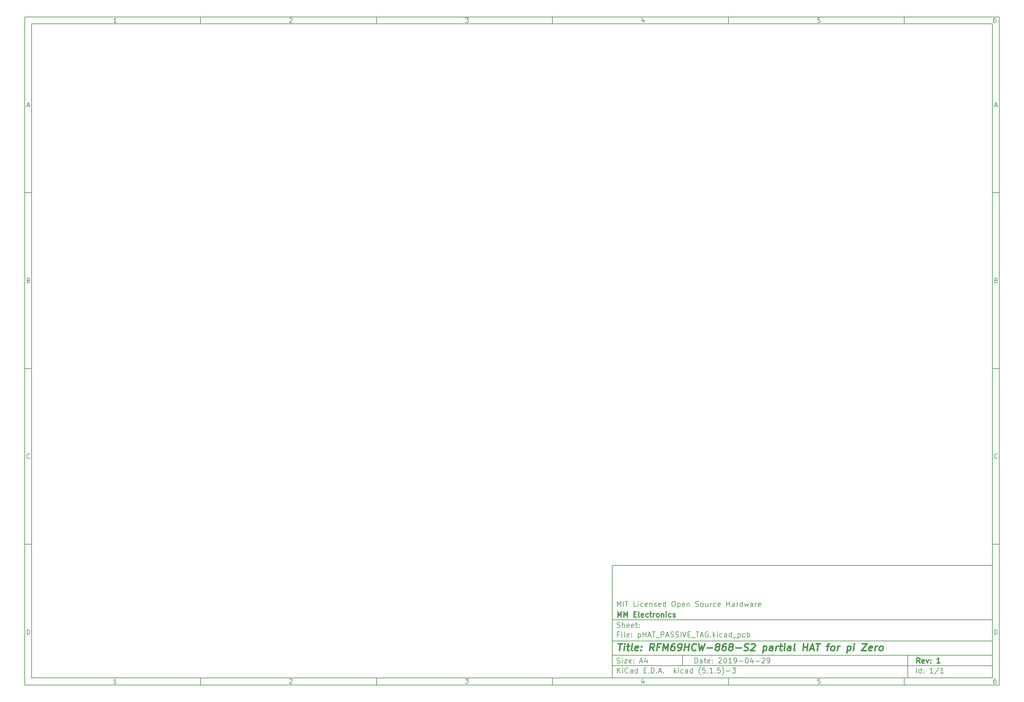
<source format=gbr>
%TF.GenerationSoftware,KiCad,Pcbnew,(5.1.5)-3*%
%TF.CreationDate,2021-10-20T10:58:06+01:00*%
%TF.ProjectId,pHAT_PASSIVE_TAG,70484154-5f50-4415-9353-4956455f5441,1*%
%TF.SameCoordinates,Original*%
%TF.FileFunction,Other,Comment*%
%FSLAX46Y46*%
G04 Gerber Fmt 4.6, Leading zero omitted, Abs format (unit mm)*
G04 Created by KiCad (PCBNEW (5.1.5)-3) date 2021-10-20 10:58:06*
%MOMM*%
%LPD*%
G04 APERTURE LIST*
%ADD10C,0.100000*%
%ADD11C,0.150000*%
%ADD12C,0.300000*%
%ADD13C,0.400000*%
G04 APERTURE END LIST*
D10*
D11*
X177002200Y-166007200D02*
X177002200Y-198007200D01*
X285002200Y-198007200D01*
X285002200Y-166007200D01*
X177002200Y-166007200D01*
D10*
D11*
X10000000Y-10000000D02*
X10000000Y-200007200D01*
X287002200Y-200007200D01*
X287002200Y-10000000D01*
X10000000Y-10000000D01*
D10*
D11*
X12000000Y-12000000D02*
X12000000Y-198007200D01*
X285002200Y-198007200D01*
X285002200Y-12000000D01*
X12000000Y-12000000D01*
D10*
D11*
X60000000Y-12000000D02*
X60000000Y-10000000D01*
D10*
D11*
X110000000Y-12000000D02*
X110000000Y-10000000D01*
D10*
D11*
X160000000Y-12000000D02*
X160000000Y-10000000D01*
D10*
D11*
X210000000Y-12000000D02*
X210000000Y-10000000D01*
D10*
D11*
X260000000Y-12000000D02*
X260000000Y-10000000D01*
D10*
D11*
X36065476Y-11588095D02*
X35322619Y-11588095D01*
X35694047Y-11588095D02*
X35694047Y-10288095D01*
X35570238Y-10473809D01*
X35446428Y-10597619D01*
X35322619Y-10659523D01*
D10*
D11*
X85322619Y-10411904D02*
X85384523Y-10350000D01*
X85508333Y-10288095D01*
X85817857Y-10288095D01*
X85941666Y-10350000D01*
X86003571Y-10411904D01*
X86065476Y-10535714D01*
X86065476Y-10659523D01*
X86003571Y-10845238D01*
X85260714Y-11588095D01*
X86065476Y-11588095D01*
D10*
D11*
X135260714Y-10288095D02*
X136065476Y-10288095D01*
X135632142Y-10783333D01*
X135817857Y-10783333D01*
X135941666Y-10845238D01*
X136003571Y-10907142D01*
X136065476Y-11030952D01*
X136065476Y-11340476D01*
X136003571Y-11464285D01*
X135941666Y-11526190D01*
X135817857Y-11588095D01*
X135446428Y-11588095D01*
X135322619Y-11526190D01*
X135260714Y-11464285D01*
D10*
D11*
X185941666Y-10721428D02*
X185941666Y-11588095D01*
X185632142Y-10226190D02*
X185322619Y-11154761D01*
X186127380Y-11154761D01*
D10*
D11*
X236003571Y-10288095D02*
X235384523Y-10288095D01*
X235322619Y-10907142D01*
X235384523Y-10845238D01*
X235508333Y-10783333D01*
X235817857Y-10783333D01*
X235941666Y-10845238D01*
X236003571Y-10907142D01*
X236065476Y-11030952D01*
X236065476Y-11340476D01*
X236003571Y-11464285D01*
X235941666Y-11526190D01*
X235817857Y-11588095D01*
X235508333Y-11588095D01*
X235384523Y-11526190D01*
X235322619Y-11464285D01*
D10*
D11*
X285941666Y-10288095D02*
X285694047Y-10288095D01*
X285570238Y-10350000D01*
X285508333Y-10411904D01*
X285384523Y-10597619D01*
X285322619Y-10845238D01*
X285322619Y-11340476D01*
X285384523Y-11464285D01*
X285446428Y-11526190D01*
X285570238Y-11588095D01*
X285817857Y-11588095D01*
X285941666Y-11526190D01*
X286003571Y-11464285D01*
X286065476Y-11340476D01*
X286065476Y-11030952D01*
X286003571Y-10907142D01*
X285941666Y-10845238D01*
X285817857Y-10783333D01*
X285570238Y-10783333D01*
X285446428Y-10845238D01*
X285384523Y-10907142D01*
X285322619Y-11030952D01*
D10*
D11*
X60000000Y-198007200D02*
X60000000Y-200007200D01*
D10*
D11*
X110000000Y-198007200D02*
X110000000Y-200007200D01*
D10*
D11*
X160000000Y-198007200D02*
X160000000Y-200007200D01*
D10*
D11*
X210000000Y-198007200D02*
X210000000Y-200007200D01*
D10*
D11*
X260000000Y-198007200D02*
X260000000Y-200007200D01*
D10*
D11*
X36065476Y-199595295D02*
X35322619Y-199595295D01*
X35694047Y-199595295D02*
X35694047Y-198295295D01*
X35570238Y-198481009D01*
X35446428Y-198604819D01*
X35322619Y-198666723D01*
D10*
D11*
X85322619Y-198419104D02*
X85384523Y-198357200D01*
X85508333Y-198295295D01*
X85817857Y-198295295D01*
X85941666Y-198357200D01*
X86003571Y-198419104D01*
X86065476Y-198542914D01*
X86065476Y-198666723D01*
X86003571Y-198852438D01*
X85260714Y-199595295D01*
X86065476Y-199595295D01*
D10*
D11*
X135260714Y-198295295D02*
X136065476Y-198295295D01*
X135632142Y-198790533D01*
X135817857Y-198790533D01*
X135941666Y-198852438D01*
X136003571Y-198914342D01*
X136065476Y-199038152D01*
X136065476Y-199347676D01*
X136003571Y-199471485D01*
X135941666Y-199533390D01*
X135817857Y-199595295D01*
X135446428Y-199595295D01*
X135322619Y-199533390D01*
X135260714Y-199471485D01*
D10*
D11*
X185941666Y-198728628D02*
X185941666Y-199595295D01*
X185632142Y-198233390D02*
X185322619Y-199161961D01*
X186127380Y-199161961D01*
D10*
D11*
X236003571Y-198295295D02*
X235384523Y-198295295D01*
X235322619Y-198914342D01*
X235384523Y-198852438D01*
X235508333Y-198790533D01*
X235817857Y-198790533D01*
X235941666Y-198852438D01*
X236003571Y-198914342D01*
X236065476Y-199038152D01*
X236065476Y-199347676D01*
X236003571Y-199471485D01*
X235941666Y-199533390D01*
X235817857Y-199595295D01*
X235508333Y-199595295D01*
X235384523Y-199533390D01*
X235322619Y-199471485D01*
D10*
D11*
X285941666Y-198295295D02*
X285694047Y-198295295D01*
X285570238Y-198357200D01*
X285508333Y-198419104D01*
X285384523Y-198604819D01*
X285322619Y-198852438D01*
X285322619Y-199347676D01*
X285384523Y-199471485D01*
X285446428Y-199533390D01*
X285570238Y-199595295D01*
X285817857Y-199595295D01*
X285941666Y-199533390D01*
X286003571Y-199471485D01*
X286065476Y-199347676D01*
X286065476Y-199038152D01*
X286003571Y-198914342D01*
X285941666Y-198852438D01*
X285817857Y-198790533D01*
X285570238Y-198790533D01*
X285446428Y-198852438D01*
X285384523Y-198914342D01*
X285322619Y-199038152D01*
D10*
D11*
X10000000Y-60000000D02*
X12000000Y-60000000D01*
D10*
D11*
X10000000Y-110000000D02*
X12000000Y-110000000D01*
D10*
D11*
X10000000Y-160000000D02*
X12000000Y-160000000D01*
D10*
D11*
X10690476Y-35216666D02*
X11309523Y-35216666D01*
X10566666Y-35588095D02*
X11000000Y-34288095D01*
X11433333Y-35588095D01*
D10*
D11*
X11092857Y-84907142D02*
X11278571Y-84969047D01*
X11340476Y-85030952D01*
X11402380Y-85154761D01*
X11402380Y-85340476D01*
X11340476Y-85464285D01*
X11278571Y-85526190D01*
X11154761Y-85588095D01*
X10659523Y-85588095D01*
X10659523Y-84288095D01*
X11092857Y-84288095D01*
X11216666Y-84350000D01*
X11278571Y-84411904D01*
X11340476Y-84535714D01*
X11340476Y-84659523D01*
X11278571Y-84783333D01*
X11216666Y-84845238D01*
X11092857Y-84907142D01*
X10659523Y-84907142D01*
D10*
D11*
X11402380Y-135464285D02*
X11340476Y-135526190D01*
X11154761Y-135588095D01*
X11030952Y-135588095D01*
X10845238Y-135526190D01*
X10721428Y-135402380D01*
X10659523Y-135278571D01*
X10597619Y-135030952D01*
X10597619Y-134845238D01*
X10659523Y-134597619D01*
X10721428Y-134473809D01*
X10845238Y-134350000D01*
X11030952Y-134288095D01*
X11154761Y-134288095D01*
X11340476Y-134350000D01*
X11402380Y-134411904D01*
D10*
D11*
X10659523Y-185588095D02*
X10659523Y-184288095D01*
X10969047Y-184288095D01*
X11154761Y-184350000D01*
X11278571Y-184473809D01*
X11340476Y-184597619D01*
X11402380Y-184845238D01*
X11402380Y-185030952D01*
X11340476Y-185278571D01*
X11278571Y-185402380D01*
X11154761Y-185526190D01*
X10969047Y-185588095D01*
X10659523Y-185588095D01*
D10*
D11*
X287002200Y-60000000D02*
X285002200Y-60000000D01*
D10*
D11*
X287002200Y-110000000D02*
X285002200Y-110000000D01*
D10*
D11*
X287002200Y-160000000D02*
X285002200Y-160000000D01*
D10*
D11*
X285692676Y-35216666D02*
X286311723Y-35216666D01*
X285568866Y-35588095D02*
X286002200Y-34288095D01*
X286435533Y-35588095D01*
D10*
D11*
X286095057Y-84907142D02*
X286280771Y-84969047D01*
X286342676Y-85030952D01*
X286404580Y-85154761D01*
X286404580Y-85340476D01*
X286342676Y-85464285D01*
X286280771Y-85526190D01*
X286156961Y-85588095D01*
X285661723Y-85588095D01*
X285661723Y-84288095D01*
X286095057Y-84288095D01*
X286218866Y-84350000D01*
X286280771Y-84411904D01*
X286342676Y-84535714D01*
X286342676Y-84659523D01*
X286280771Y-84783333D01*
X286218866Y-84845238D01*
X286095057Y-84907142D01*
X285661723Y-84907142D01*
D10*
D11*
X286404580Y-135464285D02*
X286342676Y-135526190D01*
X286156961Y-135588095D01*
X286033152Y-135588095D01*
X285847438Y-135526190D01*
X285723628Y-135402380D01*
X285661723Y-135278571D01*
X285599819Y-135030952D01*
X285599819Y-134845238D01*
X285661723Y-134597619D01*
X285723628Y-134473809D01*
X285847438Y-134350000D01*
X286033152Y-134288095D01*
X286156961Y-134288095D01*
X286342676Y-134350000D01*
X286404580Y-134411904D01*
D10*
D11*
X285661723Y-185588095D02*
X285661723Y-184288095D01*
X285971247Y-184288095D01*
X286156961Y-184350000D01*
X286280771Y-184473809D01*
X286342676Y-184597619D01*
X286404580Y-184845238D01*
X286404580Y-185030952D01*
X286342676Y-185278571D01*
X286280771Y-185402380D01*
X286156961Y-185526190D01*
X285971247Y-185588095D01*
X285661723Y-185588095D01*
D10*
D11*
X200434342Y-193785771D02*
X200434342Y-192285771D01*
X200791485Y-192285771D01*
X201005771Y-192357200D01*
X201148628Y-192500057D01*
X201220057Y-192642914D01*
X201291485Y-192928628D01*
X201291485Y-193142914D01*
X201220057Y-193428628D01*
X201148628Y-193571485D01*
X201005771Y-193714342D01*
X200791485Y-193785771D01*
X200434342Y-193785771D01*
X202577200Y-193785771D02*
X202577200Y-193000057D01*
X202505771Y-192857200D01*
X202362914Y-192785771D01*
X202077200Y-192785771D01*
X201934342Y-192857200D01*
X202577200Y-193714342D02*
X202434342Y-193785771D01*
X202077200Y-193785771D01*
X201934342Y-193714342D01*
X201862914Y-193571485D01*
X201862914Y-193428628D01*
X201934342Y-193285771D01*
X202077200Y-193214342D01*
X202434342Y-193214342D01*
X202577200Y-193142914D01*
X203077200Y-192785771D02*
X203648628Y-192785771D01*
X203291485Y-192285771D02*
X203291485Y-193571485D01*
X203362914Y-193714342D01*
X203505771Y-193785771D01*
X203648628Y-193785771D01*
X204720057Y-193714342D02*
X204577200Y-193785771D01*
X204291485Y-193785771D01*
X204148628Y-193714342D01*
X204077200Y-193571485D01*
X204077200Y-193000057D01*
X204148628Y-192857200D01*
X204291485Y-192785771D01*
X204577200Y-192785771D01*
X204720057Y-192857200D01*
X204791485Y-193000057D01*
X204791485Y-193142914D01*
X204077200Y-193285771D01*
X205434342Y-193642914D02*
X205505771Y-193714342D01*
X205434342Y-193785771D01*
X205362914Y-193714342D01*
X205434342Y-193642914D01*
X205434342Y-193785771D01*
X205434342Y-192857200D02*
X205505771Y-192928628D01*
X205434342Y-193000057D01*
X205362914Y-192928628D01*
X205434342Y-192857200D01*
X205434342Y-193000057D01*
X207220057Y-192428628D02*
X207291485Y-192357200D01*
X207434342Y-192285771D01*
X207791485Y-192285771D01*
X207934342Y-192357200D01*
X208005771Y-192428628D01*
X208077200Y-192571485D01*
X208077200Y-192714342D01*
X208005771Y-192928628D01*
X207148628Y-193785771D01*
X208077200Y-193785771D01*
X209005771Y-192285771D02*
X209148628Y-192285771D01*
X209291485Y-192357200D01*
X209362914Y-192428628D01*
X209434342Y-192571485D01*
X209505771Y-192857200D01*
X209505771Y-193214342D01*
X209434342Y-193500057D01*
X209362914Y-193642914D01*
X209291485Y-193714342D01*
X209148628Y-193785771D01*
X209005771Y-193785771D01*
X208862914Y-193714342D01*
X208791485Y-193642914D01*
X208720057Y-193500057D01*
X208648628Y-193214342D01*
X208648628Y-192857200D01*
X208720057Y-192571485D01*
X208791485Y-192428628D01*
X208862914Y-192357200D01*
X209005771Y-192285771D01*
X210934342Y-193785771D02*
X210077200Y-193785771D01*
X210505771Y-193785771D02*
X210505771Y-192285771D01*
X210362914Y-192500057D01*
X210220057Y-192642914D01*
X210077200Y-192714342D01*
X211648628Y-193785771D02*
X211934342Y-193785771D01*
X212077200Y-193714342D01*
X212148628Y-193642914D01*
X212291485Y-193428628D01*
X212362914Y-193142914D01*
X212362914Y-192571485D01*
X212291485Y-192428628D01*
X212220057Y-192357200D01*
X212077200Y-192285771D01*
X211791485Y-192285771D01*
X211648628Y-192357200D01*
X211577200Y-192428628D01*
X211505771Y-192571485D01*
X211505771Y-192928628D01*
X211577200Y-193071485D01*
X211648628Y-193142914D01*
X211791485Y-193214342D01*
X212077200Y-193214342D01*
X212220057Y-193142914D01*
X212291485Y-193071485D01*
X212362914Y-192928628D01*
X213005771Y-193214342D02*
X214148628Y-193214342D01*
X215148628Y-192285771D02*
X215291485Y-192285771D01*
X215434342Y-192357200D01*
X215505771Y-192428628D01*
X215577200Y-192571485D01*
X215648628Y-192857200D01*
X215648628Y-193214342D01*
X215577200Y-193500057D01*
X215505771Y-193642914D01*
X215434342Y-193714342D01*
X215291485Y-193785771D01*
X215148628Y-193785771D01*
X215005771Y-193714342D01*
X214934342Y-193642914D01*
X214862914Y-193500057D01*
X214791485Y-193214342D01*
X214791485Y-192857200D01*
X214862914Y-192571485D01*
X214934342Y-192428628D01*
X215005771Y-192357200D01*
X215148628Y-192285771D01*
X216934342Y-192785771D02*
X216934342Y-193785771D01*
X216577200Y-192214342D02*
X216220057Y-193285771D01*
X217148628Y-193285771D01*
X217720057Y-193214342D02*
X218862914Y-193214342D01*
X219505771Y-192428628D02*
X219577200Y-192357200D01*
X219720057Y-192285771D01*
X220077200Y-192285771D01*
X220220057Y-192357200D01*
X220291485Y-192428628D01*
X220362914Y-192571485D01*
X220362914Y-192714342D01*
X220291485Y-192928628D01*
X219434342Y-193785771D01*
X220362914Y-193785771D01*
X221077200Y-193785771D02*
X221362914Y-193785771D01*
X221505771Y-193714342D01*
X221577200Y-193642914D01*
X221720057Y-193428628D01*
X221791485Y-193142914D01*
X221791485Y-192571485D01*
X221720057Y-192428628D01*
X221648628Y-192357200D01*
X221505771Y-192285771D01*
X221220057Y-192285771D01*
X221077200Y-192357200D01*
X221005771Y-192428628D01*
X220934342Y-192571485D01*
X220934342Y-192928628D01*
X221005771Y-193071485D01*
X221077200Y-193142914D01*
X221220057Y-193214342D01*
X221505771Y-193214342D01*
X221648628Y-193142914D01*
X221720057Y-193071485D01*
X221791485Y-192928628D01*
D10*
D11*
X177002200Y-194507200D02*
X285002200Y-194507200D01*
D10*
D11*
X178434342Y-196585771D02*
X178434342Y-195085771D01*
X179291485Y-196585771D02*
X178648628Y-195728628D01*
X179291485Y-195085771D02*
X178434342Y-195942914D01*
X179934342Y-196585771D02*
X179934342Y-195585771D01*
X179934342Y-195085771D02*
X179862914Y-195157200D01*
X179934342Y-195228628D01*
X180005771Y-195157200D01*
X179934342Y-195085771D01*
X179934342Y-195228628D01*
X181505771Y-196442914D02*
X181434342Y-196514342D01*
X181220057Y-196585771D01*
X181077200Y-196585771D01*
X180862914Y-196514342D01*
X180720057Y-196371485D01*
X180648628Y-196228628D01*
X180577200Y-195942914D01*
X180577200Y-195728628D01*
X180648628Y-195442914D01*
X180720057Y-195300057D01*
X180862914Y-195157200D01*
X181077200Y-195085771D01*
X181220057Y-195085771D01*
X181434342Y-195157200D01*
X181505771Y-195228628D01*
X182791485Y-196585771D02*
X182791485Y-195800057D01*
X182720057Y-195657200D01*
X182577200Y-195585771D01*
X182291485Y-195585771D01*
X182148628Y-195657200D01*
X182791485Y-196514342D02*
X182648628Y-196585771D01*
X182291485Y-196585771D01*
X182148628Y-196514342D01*
X182077200Y-196371485D01*
X182077200Y-196228628D01*
X182148628Y-196085771D01*
X182291485Y-196014342D01*
X182648628Y-196014342D01*
X182791485Y-195942914D01*
X184148628Y-196585771D02*
X184148628Y-195085771D01*
X184148628Y-196514342D02*
X184005771Y-196585771D01*
X183720057Y-196585771D01*
X183577200Y-196514342D01*
X183505771Y-196442914D01*
X183434342Y-196300057D01*
X183434342Y-195871485D01*
X183505771Y-195728628D01*
X183577200Y-195657200D01*
X183720057Y-195585771D01*
X184005771Y-195585771D01*
X184148628Y-195657200D01*
X186005771Y-195800057D02*
X186505771Y-195800057D01*
X186720057Y-196585771D02*
X186005771Y-196585771D01*
X186005771Y-195085771D01*
X186720057Y-195085771D01*
X187362914Y-196442914D02*
X187434342Y-196514342D01*
X187362914Y-196585771D01*
X187291485Y-196514342D01*
X187362914Y-196442914D01*
X187362914Y-196585771D01*
X188077200Y-196585771D02*
X188077200Y-195085771D01*
X188434342Y-195085771D01*
X188648628Y-195157200D01*
X188791485Y-195300057D01*
X188862914Y-195442914D01*
X188934342Y-195728628D01*
X188934342Y-195942914D01*
X188862914Y-196228628D01*
X188791485Y-196371485D01*
X188648628Y-196514342D01*
X188434342Y-196585771D01*
X188077200Y-196585771D01*
X189577200Y-196442914D02*
X189648628Y-196514342D01*
X189577200Y-196585771D01*
X189505771Y-196514342D01*
X189577200Y-196442914D01*
X189577200Y-196585771D01*
X190220057Y-196157200D02*
X190934342Y-196157200D01*
X190077200Y-196585771D02*
X190577200Y-195085771D01*
X191077200Y-196585771D01*
X191577200Y-196442914D02*
X191648628Y-196514342D01*
X191577200Y-196585771D01*
X191505771Y-196514342D01*
X191577200Y-196442914D01*
X191577200Y-196585771D01*
X194577200Y-196585771D02*
X194577200Y-195085771D01*
X194720057Y-196014342D02*
X195148628Y-196585771D01*
X195148628Y-195585771D02*
X194577200Y-196157200D01*
X195791485Y-196585771D02*
X195791485Y-195585771D01*
X195791485Y-195085771D02*
X195720057Y-195157200D01*
X195791485Y-195228628D01*
X195862914Y-195157200D01*
X195791485Y-195085771D01*
X195791485Y-195228628D01*
X197148628Y-196514342D02*
X197005771Y-196585771D01*
X196720057Y-196585771D01*
X196577200Y-196514342D01*
X196505771Y-196442914D01*
X196434342Y-196300057D01*
X196434342Y-195871485D01*
X196505771Y-195728628D01*
X196577200Y-195657200D01*
X196720057Y-195585771D01*
X197005771Y-195585771D01*
X197148628Y-195657200D01*
X198434342Y-196585771D02*
X198434342Y-195800057D01*
X198362914Y-195657200D01*
X198220057Y-195585771D01*
X197934342Y-195585771D01*
X197791485Y-195657200D01*
X198434342Y-196514342D02*
X198291485Y-196585771D01*
X197934342Y-196585771D01*
X197791485Y-196514342D01*
X197720057Y-196371485D01*
X197720057Y-196228628D01*
X197791485Y-196085771D01*
X197934342Y-196014342D01*
X198291485Y-196014342D01*
X198434342Y-195942914D01*
X199791485Y-196585771D02*
X199791485Y-195085771D01*
X199791485Y-196514342D02*
X199648628Y-196585771D01*
X199362914Y-196585771D01*
X199220057Y-196514342D01*
X199148628Y-196442914D01*
X199077200Y-196300057D01*
X199077200Y-195871485D01*
X199148628Y-195728628D01*
X199220057Y-195657200D01*
X199362914Y-195585771D01*
X199648628Y-195585771D01*
X199791485Y-195657200D01*
X202077200Y-197157200D02*
X202005771Y-197085771D01*
X201862914Y-196871485D01*
X201791485Y-196728628D01*
X201720057Y-196514342D01*
X201648628Y-196157200D01*
X201648628Y-195871485D01*
X201720057Y-195514342D01*
X201791485Y-195300057D01*
X201862914Y-195157200D01*
X202005771Y-194942914D01*
X202077200Y-194871485D01*
X203362914Y-195085771D02*
X202648628Y-195085771D01*
X202577200Y-195800057D01*
X202648628Y-195728628D01*
X202791485Y-195657200D01*
X203148628Y-195657200D01*
X203291485Y-195728628D01*
X203362914Y-195800057D01*
X203434342Y-195942914D01*
X203434342Y-196300057D01*
X203362914Y-196442914D01*
X203291485Y-196514342D01*
X203148628Y-196585771D01*
X202791485Y-196585771D01*
X202648628Y-196514342D01*
X202577200Y-196442914D01*
X204077200Y-196442914D02*
X204148628Y-196514342D01*
X204077200Y-196585771D01*
X204005771Y-196514342D01*
X204077200Y-196442914D01*
X204077200Y-196585771D01*
X205577200Y-196585771D02*
X204720057Y-196585771D01*
X205148628Y-196585771D02*
X205148628Y-195085771D01*
X205005771Y-195300057D01*
X204862914Y-195442914D01*
X204720057Y-195514342D01*
X206220057Y-196442914D02*
X206291485Y-196514342D01*
X206220057Y-196585771D01*
X206148628Y-196514342D01*
X206220057Y-196442914D01*
X206220057Y-196585771D01*
X207648628Y-195085771D02*
X206934342Y-195085771D01*
X206862914Y-195800057D01*
X206934342Y-195728628D01*
X207077200Y-195657200D01*
X207434342Y-195657200D01*
X207577200Y-195728628D01*
X207648628Y-195800057D01*
X207720057Y-195942914D01*
X207720057Y-196300057D01*
X207648628Y-196442914D01*
X207577200Y-196514342D01*
X207434342Y-196585771D01*
X207077200Y-196585771D01*
X206934342Y-196514342D01*
X206862914Y-196442914D01*
X208220057Y-197157200D02*
X208291485Y-197085771D01*
X208434342Y-196871485D01*
X208505771Y-196728628D01*
X208577200Y-196514342D01*
X208648628Y-196157200D01*
X208648628Y-195871485D01*
X208577200Y-195514342D01*
X208505771Y-195300057D01*
X208434342Y-195157200D01*
X208291485Y-194942914D01*
X208220057Y-194871485D01*
X209362914Y-196014342D02*
X210505771Y-196014342D01*
X211077200Y-195085771D02*
X212005771Y-195085771D01*
X211505771Y-195657200D01*
X211720057Y-195657200D01*
X211862914Y-195728628D01*
X211934342Y-195800057D01*
X212005771Y-195942914D01*
X212005771Y-196300057D01*
X211934342Y-196442914D01*
X211862914Y-196514342D01*
X211720057Y-196585771D01*
X211291485Y-196585771D01*
X211148628Y-196514342D01*
X211077200Y-196442914D01*
D10*
D11*
X177002200Y-191507200D02*
X285002200Y-191507200D01*
D10*
D12*
X264411485Y-193785771D02*
X263911485Y-193071485D01*
X263554342Y-193785771D02*
X263554342Y-192285771D01*
X264125771Y-192285771D01*
X264268628Y-192357200D01*
X264340057Y-192428628D01*
X264411485Y-192571485D01*
X264411485Y-192785771D01*
X264340057Y-192928628D01*
X264268628Y-193000057D01*
X264125771Y-193071485D01*
X263554342Y-193071485D01*
X265625771Y-193714342D02*
X265482914Y-193785771D01*
X265197200Y-193785771D01*
X265054342Y-193714342D01*
X264982914Y-193571485D01*
X264982914Y-193000057D01*
X265054342Y-192857200D01*
X265197200Y-192785771D01*
X265482914Y-192785771D01*
X265625771Y-192857200D01*
X265697200Y-193000057D01*
X265697200Y-193142914D01*
X264982914Y-193285771D01*
X266197200Y-192785771D02*
X266554342Y-193785771D01*
X266911485Y-192785771D01*
X267482914Y-193642914D02*
X267554342Y-193714342D01*
X267482914Y-193785771D01*
X267411485Y-193714342D01*
X267482914Y-193642914D01*
X267482914Y-193785771D01*
X267482914Y-192857200D02*
X267554342Y-192928628D01*
X267482914Y-193000057D01*
X267411485Y-192928628D01*
X267482914Y-192857200D01*
X267482914Y-193000057D01*
X270125771Y-193785771D02*
X269268628Y-193785771D01*
X269697200Y-193785771D02*
X269697200Y-192285771D01*
X269554342Y-192500057D01*
X269411485Y-192642914D01*
X269268628Y-192714342D01*
D10*
D11*
X178362914Y-193714342D02*
X178577200Y-193785771D01*
X178934342Y-193785771D01*
X179077200Y-193714342D01*
X179148628Y-193642914D01*
X179220057Y-193500057D01*
X179220057Y-193357200D01*
X179148628Y-193214342D01*
X179077200Y-193142914D01*
X178934342Y-193071485D01*
X178648628Y-193000057D01*
X178505771Y-192928628D01*
X178434342Y-192857200D01*
X178362914Y-192714342D01*
X178362914Y-192571485D01*
X178434342Y-192428628D01*
X178505771Y-192357200D01*
X178648628Y-192285771D01*
X179005771Y-192285771D01*
X179220057Y-192357200D01*
X179862914Y-193785771D02*
X179862914Y-192785771D01*
X179862914Y-192285771D02*
X179791485Y-192357200D01*
X179862914Y-192428628D01*
X179934342Y-192357200D01*
X179862914Y-192285771D01*
X179862914Y-192428628D01*
X180434342Y-192785771D02*
X181220057Y-192785771D01*
X180434342Y-193785771D01*
X181220057Y-193785771D01*
X182362914Y-193714342D02*
X182220057Y-193785771D01*
X181934342Y-193785771D01*
X181791485Y-193714342D01*
X181720057Y-193571485D01*
X181720057Y-193000057D01*
X181791485Y-192857200D01*
X181934342Y-192785771D01*
X182220057Y-192785771D01*
X182362914Y-192857200D01*
X182434342Y-193000057D01*
X182434342Y-193142914D01*
X181720057Y-193285771D01*
X183077200Y-193642914D02*
X183148628Y-193714342D01*
X183077200Y-193785771D01*
X183005771Y-193714342D01*
X183077200Y-193642914D01*
X183077200Y-193785771D01*
X183077200Y-192857200D02*
X183148628Y-192928628D01*
X183077200Y-193000057D01*
X183005771Y-192928628D01*
X183077200Y-192857200D01*
X183077200Y-193000057D01*
X184862914Y-193357200D02*
X185577200Y-193357200D01*
X184720057Y-193785771D02*
X185220057Y-192285771D01*
X185720057Y-193785771D01*
X186862914Y-192785771D02*
X186862914Y-193785771D01*
X186505771Y-192214342D02*
X186148628Y-193285771D01*
X187077200Y-193285771D01*
D10*
D11*
X263434342Y-196585771D02*
X263434342Y-195085771D01*
X264791485Y-196585771D02*
X264791485Y-195085771D01*
X264791485Y-196514342D02*
X264648628Y-196585771D01*
X264362914Y-196585771D01*
X264220057Y-196514342D01*
X264148628Y-196442914D01*
X264077200Y-196300057D01*
X264077200Y-195871485D01*
X264148628Y-195728628D01*
X264220057Y-195657200D01*
X264362914Y-195585771D01*
X264648628Y-195585771D01*
X264791485Y-195657200D01*
X265505771Y-196442914D02*
X265577200Y-196514342D01*
X265505771Y-196585771D01*
X265434342Y-196514342D01*
X265505771Y-196442914D01*
X265505771Y-196585771D01*
X265505771Y-195657200D02*
X265577200Y-195728628D01*
X265505771Y-195800057D01*
X265434342Y-195728628D01*
X265505771Y-195657200D01*
X265505771Y-195800057D01*
X268148628Y-196585771D02*
X267291485Y-196585771D01*
X267720057Y-196585771D02*
X267720057Y-195085771D01*
X267577200Y-195300057D01*
X267434342Y-195442914D01*
X267291485Y-195514342D01*
X269862914Y-195014342D02*
X268577200Y-196942914D01*
X271148628Y-196585771D02*
X270291485Y-196585771D01*
X270720057Y-196585771D02*
X270720057Y-195085771D01*
X270577200Y-195300057D01*
X270434342Y-195442914D01*
X270291485Y-195514342D01*
D10*
D11*
X177002200Y-187507200D02*
X285002200Y-187507200D01*
D10*
D13*
X178714580Y-188211961D02*
X179857438Y-188211961D01*
X179036009Y-190211961D02*
X179286009Y-188211961D01*
X180274104Y-190211961D02*
X180440771Y-188878628D01*
X180524104Y-188211961D02*
X180416961Y-188307200D01*
X180500295Y-188402438D01*
X180607438Y-188307200D01*
X180524104Y-188211961D01*
X180500295Y-188402438D01*
X181107438Y-188878628D02*
X181869342Y-188878628D01*
X181476485Y-188211961D02*
X181262200Y-189926247D01*
X181333628Y-190116723D01*
X181512200Y-190211961D01*
X181702676Y-190211961D01*
X182655057Y-190211961D02*
X182476485Y-190116723D01*
X182405057Y-189926247D01*
X182619342Y-188211961D01*
X184190771Y-190116723D02*
X183988390Y-190211961D01*
X183607438Y-190211961D01*
X183428866Y-190116723D01*
X183357438Y-189926247D01*
X183452676Y-189164342D01*
X183571723Y-188973866D01*
X183774104Y-188878628D01*
X184155057Y-188878628D01*
X184333628Y-188973866D01*
X184405057Y-189164342D01*
X184381247Y-189354819D01*
X183405057Y-189545295D01*
X185155057Y-190021485D02*
X185238390Y-190116723D01*
X185131247Y-190211961D01*
X185047914Y-190116723D01*
X185155057Y-190021485D01*
X185131247Y-190211961D01*
X185286009Y-188973866D02*
X185369342Y-189069104D01*
X185262200Y-189164342D01*
X185178866Y-189069104D01*
X185286009Y-188973866D01*
X185262200Y-189164342D01*
X188750295Y-190211961D02*
X188202676Y-189259580D01*
X187607438Y-190211961D02*
X187857438Y-188211961D01*
X188619342Y-188211961D01*
X188797914Y-188307200D01*
X188881247Y-188402438D01*
X188952676Y-188592914D01*
X188916961Y-188878628D01*
X188797914Y-189069104D01*
X188690771Y-189164342D01*
X188488390Y-189259580D01*
X187726485Y-189259580D01*
X190405057Y-189164342D02*
X189738390Y-189164342D01*
X189607438Y-190211961D02*
X189857438Y-188211961D01*
X190809819Y-188211961D01*
X191321723Y-190211961D02*
X191571723Y-188211961D01*
X192059819Y-189640533D01*
X192905057Y-188211961D01*
X192655057Y-190211961D01*
X194714580Y-188211961D02*
X194333628Y-188211961D01*
X194131247Y-188307200D01*
X194024104Y-188402438D01*
X193797914Y-188688152D01*
X193655057Y-189069104D01*
X193559819Y-189831009D01*
X193631247Y-190021485D01*
X193714580Y-190116723D01*
X193893152Y-190211961D01*
X194274104Y-190211961D01*
X194476485Y-190116723D01*
X194583628Y-190021485D01*
X194702676Y-189831009D01*
X194762200Y-189354819D01*
X194690771Y-189164342D01*
X194607438Y-189069104D01*
X194428866Y-188973866D01*
X194047914Y-188973866D01*
X193845533Y-189069104D01*
X193738390Y-189164342D01*
X193619342Y-189354819D01*
X195607438Y-190211961D02*
X195988390Y-190211961D01*
X196190771Y-190116723D01*
X196297914Y-190021485D01*
X196524104Y-189735771D01*
X196666961Y-189354819D01*
X196762200Y-188592914D01*
X196690771Y-188402438D01*
X196607438Y-188307200D01*
X196428866Y-188211961D01*
X196047914Y-188211961D01*
X195845533Y-188307200D01*
X195738390Y-188402438D01*
X195619342Y-188592914D01*
X195559819Y-189069104D01*
X195631247Y-189259580D01*
X195714580Y-189354819D01*
X195893152Y-189450057D01*
X196274104Y-189450057D01*
X196476485Y-189354819D01*
X196583628Y-189259580D01*
X196702676Y-189069104D01*
X197416961Y-190211961D02*
X197666961Y-188211961D01*
X197547914Y-189164342D02*
X198690771Y-189164342D01*
X198559819Y-190211961D02*
X198809819Y-188211961D01*
X200678866Y-190021485D02*
X200571723Y-190116723D01*
X200274104Y-190211961D01*
X200083628Y-190211961D01*
X199809819Y-190116723D01*
X199643152Y-189926247D01*
X199571723Y-189735771D01*
X199524104Y-189354819D01*
X199559819Y-189069104D01*
X199702676Y-188688152D01*
X199821723Y-188497676D01*
X200036009Y-188307200D01*
X200333628Y-188211961D01*
X200524104Y-188211961D01*
X200797914Y-188307200D01*
X200881247Y-188402438D01*
X201571723Y-188211961D02*
X201797914Y-190211961D01*
X202357438Y-188783390D01*
X202559819Y-190211961D01*
X203286009Y-188211961D01*
X203893152Y-189450057D02*
X205416961Y-189450057D01*
X206702676Y-189069104D02*
X206524104Y-188973866D01*
X206440771Y-188878628D01*
X206369342Y-188688152D01*
X206381247Y-188592914D01*
X206500295Y-188402438D01*
X206607438Y-188307200D01*
X206809819Y-188211961D01*
X207190771Y-188211961D01*
X207369342Y-188307200D01*
X207452676Y-188402438D01*
X207524104Y-188592914D01*
X207512200Y-188688152D01*
X207393152Y-188878628D01*
X207286009Y-188973866D01*
X207083628Y-189069104D01*
X206702676Y-189069104D01*
X206500295Y-189164342D01*
X206393152Y-189259580D01*
X206274104Y-189450057D01*
X206226485Y-189831009D01*
X206297914Y-190021485D01*
X206381247Y-190116723D01*
X206559819Y-190211961D01*
X206940771Y-190211961D01*
X207143152Y-190116723D01*
X207250295Y-190021485D01*
X207369342Y-189831009D01*
X207416961Y-189450057D01*
X207345533Y-189259580D01*
X207262200Y-189164342D01*
X207083628Y-189069104D01*
X209286009Y-188211961D02*
X208905057Y-188211961D01*
X208702676Y-188307200D01*
X208595533Y-188402438D01*
X208369342Y-188688152D01*
X208226485Y-189069104D01*
X208131247Y-189831009D01*
X208202676Y-190021485D01*
X208286009Y-190116723D01*
X208464580Y-190211961D01*
X208845533Y-190211961D01*
X209047914Y-190116723D01*
X209155057Y-190021485D01*
X209274104Y-189831009D01*
X209333628Y-189354819D01*
X209262200Y-189164342D01*
X209178866Y-189069104D01*
X209000295Y-188973866D01*
X208619342Y-188973866D01*
X208416961Y-189069104D01*
X208309819Y-189164342D01*
X208190771Y-189354819D01*
X210512200Y-189069104D02*
X210333628Y-188973866D01*
X210250295Y-188878628D01*
X210178866Y-188688152D01*
X210190771Y-188592914D01*
X210309819Y-188402438D01*
X210416961Y-188307200D01*
X210619342Y-188211961D01*
X211000295Y-188211961D01*
X211178866Y-188307200D01*
X211262200Y-188402438D01*
X211333628Y-188592914D01*
X211321723Y-188688152D01*
X211202676Y-188878628D01*
X211095533Y-188973866D01*
X210893152Y-189069104D01*
X210512200Y-189069104D01*
X210309819Y-189164342D01*
X210202676Y-189259580D01*
X210083628Y-189450057D01*
X210036009Y-189831009D01*
X210107438Y-190021485D01*
X210190771Y-190116723D01*
X210369342Y-190211961D01*
X210750295Y-190211961D01*
X210952676Y-190116723D01*
X211059819Y-190021485D01*
X211178866Y-189831009D01*
X211226485Y-189450057D01*
X211155057Y-189259580D01*
X211071723Y-189164342D01*
X210893152Y-189069104D01*
X212083628Y-189450057D02*
X213607438Y-189450057D01*
X214381247Y-190116723D02*
X214655057Y-190211961D01*
X215131247Y-190211961D01*
X215333628Y-190116723D01*
X215440771Y-190021485D01*
X215559819Y-189831009D01*
X215583628Y-189640533D01*
X215512200Y-189450057D01*
X215428866Y-189354819D01*
X215250295Y-189259580D01*
X214881247Y-189164342D01*
X214702676Y-189069104D01*
X214619342Y-188973866D01*
X214547914Y-188783390D01*
X214571723Y-188592914D01*
X214690771Y-188402438D01*
X214797914Y-188307200D01*
X215000295Y-188211961D01*
X215476485Y-188211961D01*
X215750295Y-188307200D01*
X216500295Y-188402438D02*
X216607438Y-188307200D01*
X216809819Y-188211961D01*
X217286009Y-188211961D01*
X217464580Y-188307200D01*
X217547914Y-188402438D01*
X217619342Y-188592914D01*
X217595533Y-188783390D01*
X217464580Y-189069104D01*
X216178866Y-190211961D01*
X217416961Y-190211961D01*
X219964580Y-188878628D02*
X219714580Y-190878628D01*
X219952676Y-188973866D02*
X220155057Y-188878628D01*
X220536009Y-188878628D01*
X220714580Y-188973866D01*
X220797914Y-189069104D01*
X220869342Y-189259580D01*
X220797914Y-189831009D01*
X220678866Y-190021485D01*
X220571723Y-190116723D01*
X220369342Y-190211961D01*
X219988390Y-190211961D01*
X219809819Y-190116723D01*
X222464580Y-190211961D02*
X222595533Y-189164342D01*
X222524104Y-188973866D01*
X222345533Y-188878628D01*
X221964580Y-188878628D01*
X221762200Y-188973866D01*
X222476485Y-190116723D02*
X222274104Y-190211961D01*
X221797914Y-190211961D01*
X221619342Y-190116723D01*
X221547914Y-189926247D01*
X221571723Y-189735771D01*
X221690771Y-189545295D01*
X221893152Y-189450057D01*
X222369342Y-189450057D01*
X222571723Y-189354819D01*
X223416961Y-190211961D02*
X223583628Y-188878628D01*
X223536009Y-189259580D02*
X223655057Y-189069104D01*
X223762199Y-188973866D01*
X223964580Y-188878628D01*
X224155057Y-188878628D01*
X224536009Y-188878628D02*
X225297914Y-188878628D01*
X224905057Y-188211961D02*
X224690771Y-189926247D01*
X224762200Y-190116723D01*
X224940771Y-190211961D01*
X225131247Y-190211961D01*
X225797914Y-190211961D02*
X225964580Y-188878628D01*
X226047914Y-188211961D02*
X225940771Y-188307200D01*
X226024104Y-188402438D01*
X226131247Y-188307200D01*
X226047914Y-188211961D01*
X226024104Y-188402438D01*
X227607438Y-190211961D02*
X227738390Y-189164342D01*
X227666961Y-188973866D01*
X227488390Y-188878628D01*
X227107438Y-188878628D01*
X226905057Y-188973866D01*
X227619342Y-190116723D02*
X227416961Y-190211961D01*
X226940771Y-190211961D01*
X226762200Y-190116723D01*
X226690771Y-189926247D01*
X226714580Y-189735771D01*
X226833628Y-189545295D01*
X227036009Y-189450057D01*
X227512200Y-189450057D01*
X227714580Y-189354819D01*
X228845533Y-190211961D02*
X228666961Y-190116723D01*
X228595533Y-189926247D01*
X228809819Y-188211961D01*
X231131247Y-190211961D02*
X231381247Y-188211961D01*
X231262199Y-189164342D02*
X232405057Y-189164342D01*
X232274104Y-190211961D02*
X232524104Y-188211961D01*
X233202676Y-189640533D02*
X234155057Y-189640533D01*
X232940771Y-190211961D02*
X233857438Y-188211961D01*
X234274104Y-190211961D01*
X234905057Y-188211961D02*
X236047914Y-188211961D01*
X235226485Y-190211961D02*
X235476485Y-188211961D01*
X237869342Y-188878628D02*
X238631247Y-188878628D01*
X237988390Y-190211961D02*
X238202676Y-188497676D01*
X238321723Y-188307200D01*
X238524104Y-188211961D01*
X238714580Y-188211961D01*
X239416961Y-190211961D02*
X239238390Y-190116723D01*
X239155057Y-190021485D01*
X239083628Y-189831009D01*
X239155057Y-189259580D01*
X239274104Y-189069104D01*
X239381247Y-188973866D01*
X239583628Y-188878628D01*
X239869342Y-188878628D01*
X240047914Y-188973866D01*
X240131247Y-189069104D01*
X240202676Y-189259580D01*
X240131247Y-189831009D01*
X240012199Y-190021485D01*
X239905057Y-190116723D01*
X239702676Y-190211961D01*
X239416961Y-190211961D01*
X240940771Y-190211961D02*
X241107438Y-188878628D01*
X241059819Y-189259580D02*
X241178866Y-189069104D01*
X241286009Y-188973866D01*
X241488390Y-188878628D01*
X241678866Y-188878628D01*
X243869342Y-188878628D02*
X243619342Y-190878628D01*
X243857438Y-188973866D02*
X244059819Y-188878628D01*
X244440771Y-188878628D01*
X244619342Y-188973866D01*
X244702676Y-189069104D01*
X244774104Y-189259580D01*
X244702676Y-189831009D01*
X244583628Y-190021485D01*
X244476485Y-190116723D01*
X244274104Y-190211961D01*
X243893152Y-190211961D01*
X243714580Y-190116723D01*
X245512199Y-190211961D02*
X245678866Y-188878628D01*
X245762199Y-188211961D02*
X245655057Y-188307200D01*
X245738390Y-188402438D01*
X245845533Y-188307200D01*
X245762199Y-188211961D01*
X245738390Y-188402438D01*
X248047914Y-188211961D02*
X249381247Y-188211961D01*
X247797914Y-190211961D01*
X249131247Y-190211961D01*
X250666961Y-190116723D02*
X250464580Y-190211961D01*
X250083628Y-190211961D01*
X249905057Y-190116723D01*
X249833628Y-189926247D01*
X249928866Y-189164342D01*
X250047914Y-188973866D01*
X250250295Y-188878628D01*
X250631247Y-188878628D01*
X250809819Y-188973866D01*
X250881247Y-189164342D01*
X250857438Y-189354819D01*
X249881247Y-189545295D01*
X251607438Y-190211961D02*
X251774104Y-188878628D01*
X251726485Y-189259580D02*
X251845533Y-189069104D01*
X251952676Y-188973866D01*
X252155057Y-188878628D01*
X252345533Y-188878628D01*
X253131247Y-190211961D02*
X252952676Y-190116723D01*
X252869342Y-190021485D01*
X252797914Y-189831009D01*
X252869342Y-189259580D01*
X252988390Y-189069104D01*
X253095533Y-188973866D01*
X253297914Y-188878628D01*
X253583628Y-188878628D01*
X253762200Y-188973866D01*
X253845533Y-189069104D01*
X253916961Y-189259580D01*
X253845533Y-189831009D01*
X253726485Y-190021485D01*
X253619342Y-190116723D01*
X253416961Y-190211961D01*
X253131247Y-190211961D01*
D10*
D11*
X178934342Y-185600057D02*
X178434342Y-185600057D01*
X178434342Y-186385771D02*
X178434342Y-184885771D01*
X179148628Y-184885771D01*
X179720057Y-186385771D02*
X179720057Y-185385771D01*
X179720057Y-184885771D02*
X179648628Y-184957200D01*
X179720057Y-185028628D01*
X179791485Y-184957200D01*
X179720057Y-184885771D01*
X179720057Y-185028628D01*
X180648628Y-186385771D02*
X180505771Y-186314342D01*
X180434342Y-186171485D01*
X180434342Y-184885771D01*
X181791485Y-186314342D02*
X181648628Y-186385771D01*
X181362914Y-186385771D01*
X181220057Y-186314342D01*
X181148628Y-186171485D01*
X181148628Y-185600057D01*
X181220057Y-185457200D01*
X181362914Y-185385771D01*
X181648628Y-185385771D01*
X181791485Y-185457200D01*
X181862914Y-185600057D01*
X181862914Y-185742914D01*
X181148628Y-185885771D01*
X182505771Y-186242914D02*
X182577200Y-186314342D01*
X182505771Y-186385771D01*
X182434342Y-186314342D01*
X182505771Y-186242914D01*
X182505771Y-186385771D01*
X182505771Y-185457200D02*
X182577200Y-185528628D01*
X182505771Y-185600057D01*
X182434342Y-185528628D01*
X182505771Y-185457200D01*
X182505771Y-185600057D01*
X184362914Y-185385771D02*
X184362914Y-186885771D01*
X184362914Y-185457200D02*
X184505771Y-185385771D01*
X184791485Y-185385771D01*
X184934342Y-185457200D01*
X185005771Y-185528628D01*
X185077200Y-185671485D01*
X185077200Y-186100057D01*
X185005771Y-186242914D01*
X184934342Y-186314342D01*
X184791485Y-186385771D01*
X184505771Y-186385771D01*
X184362914Y-186314342D01*
X185720057Y-186385771D02*
X185720057Y-184885771D01*
X185720057Y-185600057D02*
X186577200Y-185600057D01*
X186577200Y-186385771D02*
X186577200Y-184885771D01*
X187220057Y-185957200D02*
X187934342Y-185957200D01*
X187077200Y-186385771D02*
X187577200Y-184885771D01*
X188077200Y-186385771D01*
X188362914Y-184885771D02*
X189220057Y-184885771D01*
X188791485Y-186385771D02*
X188791485Y-184885771D01*
X189362914Y-186528628D02*
X190505771Y-186528628D01*
X190862914Y-186385771D02*
X190862914Y-184885771D01*
X191434342Y-184885771D01*
X191577200Y-184957200D01*
X191648628Y-185028628D01*
X191720057Y-185171485D01*
X191720057Y-185385771D01*
X191648628Y-185528628D01*
X191577200Y-185600057D01*
X191434342Y-185671485D01*
X190862914Y-185671485D01*
X192291485Y-185957200D02*
X193005771Y-185957200D01*
X192148628Y-186385771D02*
X192648628Y-184885771D01*
X193148628Y-186385771D01*
X193577200Y-186314342D02*
X193791485Y-186385771D01*
X194148628Y-186385771D01*
X194291485Y-186314342D01*
X194362914Y-186242914D01*
X194434342Y-186100057D01*
X194434342Y-185957200D01*
X194362914Y-185814342D01*
X194291485Y-185742914D01*
X194148628Y-185671485D01*
X193862914Y-185600057D01*
X193720057Y-185528628D01*
X193648628Y-185457200D01*
X193577200Y-185314342D01*
X193577200Y-185171485D01*
X193648628Y-185028628D01*
X193720057Y-184957200D01*
X193862914Y-184885771D01*
X194220057Y-184885771D01*
X194434342Y-184957200D01*
X195005771Y-186314342D02*
X195220057Y-186385771D01*
X195577200Y-186385771D01*
X195720057Y-186314342D01*
X195791485Y-186242914D01*
X195862914Y-186100057D01*
X195862914Y-185957200D01*
X195791485Y-185814342D01*
X195720057Y-185742914D01*
X195577200Y-185671485D01*
X195291485Y-185600057D01*
X195148628Y-185528628D01*
X195077200Y-185457200D01*
X195005771Y-185314342D01*
X195005771Y-185171485D01*
X195077200Y-185028628D01*
X195148628Y-184957200D01*
X195291485Y-184885771D01*
X195648628Y-184885771D01*
X195862914Y-184957200D01*
X196505771Y-186385771D02*
X196505771Y-184885771D01*
X197005771Y-184885771D02*
X197505771Y-186385771D01*
X198005771Y-184885771D01*
X198505771Y-185600057D02*
X199005771Y-185600057D01*
X199220057Y-186385771D02*
X198505771Y-186385771D01*
X198505771Y-184885771D01*
X199220057Y-184885771D01*
X199505771Y-186528628D02*
X200648628Y-186528628D01*
X200791485Y-184885771D02*
X201648628Y-184885771D01*
X201220057Y-186385771D02*
X201220057Y-184885771D01*
X202077200Y-185957200D02*
X202791485Y-185957200D01*
X201934342Y-186385771D02*
X202434342Y-184885771D01*
X202934342Y-186385771D01*
X204220057Y-184957200D02*
X204077200Y-184885771D01*
X203862914Y-184885771D01*
X203648628Y-184957200D01*
X203505771Y-185100057D01*
X203434342Y-185242914D01*
X203362914Y-185528628D01*
X203362914Y-185742914D01*
X203434342Y-186028628D01*
X203505771Y-186171485D01*
X203648628Y-186314342D01*
X203862914Y-186385771D01*
X204005771Y-186385771D01*
X204220057Y-186314342D01*
X204291485Y-186242914D01*
X204291485Y-185742914D01*
X204005771Y-185742914D01*
X204934342Y-186242914D02*
X205005771Y-186314342D01*
X204934342Y-186385771D01*
X204862914Y-186314342D01*
X204934342Y-186242914D01*
X204934342Y-186385771D01*
X205648628Y-186385771D02*
X205648628Y-184885771D01*
X205791485Y-185814342D02*
X206220057Y-186385771D01*
X206220057Y-185385771D02*
X205648628Y-185957200D01*
X206862914Y-186385771D02*
X206862914Y-185385771D01*
X206862914Y-184885771D02*
X206791485Y-184957200D01*
X206862914Y-185028628D01*
X206934342Y-184957200D01*
X206862914Y-184885771D01*
X206862914Y-185028628D01*
X208220057Y-186314342D02*
X208077200Y-186385771D01*
X207791485Y-186385771D01*
X207648628Y-186314342D01*
X207577200Y-186242914D01*
X207505771Y-186100057D01*
X207505771Y-185671485D01*
X207577200Y-185528628D01*
X207648628Y-185457200D01*
X207791485Y-185385771D01*
X208077200Y-185385771D01*
X208220057Y-185457200D01*
X209505771Y-186385771D02*
X209505771Y-185600057D01*
X209434342Y-185457200D01*
X209291485Y-185385771D01*
X209005771Y-185385771D01*
X208862914Y-185457200D01*
X209505771Y-186314342D02*
X209362914Y-186385771D01*
X209005771Y-186385771D01*
X208862914Y-186314342D01*
X208791485Y-186171485D01*
X208791485Y-186028628D01*
X208862914Y-185885771D01*
X209005771Y-185814342D01*
X209362914Y-185814342D01*
X209505771Y-185742914D01*
X210862914Y-186385771D02*
X210862914Y-184885771D01*
X210862914Y-186314342D02*
X210720057Y-186385771D01*
X210434342Y-186385771D01*
X210291485Y-186314342D01*
X210220057Y-186242914D01*
X210148628Y-186100057D01*
X210148628Y-185671485D01*
X210220057Y-185528628D01*
X210291485Y-185457200D01*
X210434342Y-185385771D01*
X210720057Y-185385771D01*
X210862914Y-185457200D01*
X211220057Y-186528628D02*
X212362914Y-186528628D01*
X212720057Y-185385771D02*
X212720057Y-186885771D01*
X212720057Y-185457200D02*
X212862914Y-185385771D01*
X213148628Y-185385771D01*
X213291485Y-185457200D01*
X213362914Y-185528628D01*
X213434342Y-185671485D01*
X213434342Y-186100057D01*
X213362914Y-186242914D01*
X213291485Y-186314342D01*
X213148628Y-186385771D01*
X212862914Y-186385771D01*
X212720057Y-186314342D01*
X214720057Y-186314342D02*
X214577200Y-186385771D01*
X214291485Y-186385771D01*
X214148628Y-186314342D01*
X214077200Y-186242914D01*
X214005771Y-186100057D01*
X214005771Y-185671485D01*
X214077200Y-185528628D01*
X214148628Y-185457200D01*
X214291485Y-185385771D01*
X214577200Y-185385771D01*
X214720057Y-185457200D01*
X215362914Y-186385771D02*
X215362914Y-184885771D01*
X215362914Y-185457200D02*
X215505771Y-185385771D01*
X215791485Y-185385771D01*
X215934342Y-185457200D01*
X216005771Y-185528628D01*
X216077200Y-185671485D01*
X216077200Y-186100057D01*
X216005771Y-186242914D01*
X215934342Y-186314342D01*
X215791485Y-186385771D01*
X215505771Y-186385771D01*
X215362914Y-186314342D01*
D10*
D11*
X177002200Y-181507200D02*
X285002200Y-181507200D01*
D10*
D11*
X178362914Y-183614342D02*
X178577200Y-183685771D01*
X178934342Y-183685771D01*
X179077200Y-183614342D01*
X179148628Y-183542914D01*
X179220057Y-183400057D01*
X179220057Y-183257200D01*
X179148628Y-183114342D01*
X179077200Y-183042914D01*
X178934342Y-182971485D01*
X178648628Y-182900057D01*
X178505771Y-182828628D01*
X178434342Y-182757200D01*
X178362914Y-182614342D01*
X178362914Y-182471485D01*
X178434342Y-182328628D01*
X178505771Y-182257200D01*
X178648628Y-182185771D01*
X179005771Y-182185771D01*
X179220057Y-182257200D01*
X179862914Y-183685771D02*
X179862914Y-182185771D01*
X180505771Y-183685771D02*
X180505771Y-182900057D01*
X180434342Y-182757200D01*
X180291485Y-182685771D01*
X180077200Y-182685771D01*
X179934342Y-182757200D01*
X179862914Y-182828628D01*
X181791485Y-183614342D02*
X181648628Y-183685771D01*
X181362914Y-183685771D01*
X181220057Y-183614342D01*
X181148628Y-183471485D01*
X181148628Y-182900057D01*
X181220057Y-182757200D01*
X181362914Y-182685771D01*
X181648628Y-182685771D01*
X181791485Y-182757200D01*
X181862914Y-182900057D01*
X181862914Y-183042914D01*
X181148628Y-183185771D01*
X183077200Y-183614342D02*
X182934342Y-183685771D01*
X182648628Y-183685771D01*
X182505771Y-183614342D01*
X182434342Y-183471485D01*
X182434342Y-182900057D01*
X182505771Y-182757200D01*
X182648628Y-182685771D01*
X182934342Y-182685771D01*
X183077200Y-182757200D01*
X183148628Y-182900057D01*
X183148628Y-183042914D01*
X182434342Y-183185771D01*
X183577200Y-182685771D02*
X184148628Y-182685771D01*
X183791485Y-182185771D02*
X183791485Y-183471485D01*
X183862914Y-183614342D01*
X184005771Y-183685771D01*
X184148628Y-183685771D01*
X184648628Y-183542914D02*
X184720057Y-183614342D01*
X184648628Y-183685771D01*
X184577200Y-183614342D01*
X184648628Y-183542914D01*
X184648628Y-183685771D01*
X184648628Y-182757200D02*
X184720057Y-182828628D01*
X184648628Y-182900057D01*
X184577200Y-182828628D01*
X184648628Y-182757200D01*
X184648628Y-182900057D01*
D10*
D12*
X178554342Y-180685771D02*
X178554342Y-179185771D01*
X179054342Y-180257200D01*
X179554342Y-179185771D01*
X179554342Y-180685771D01*
X180268628Y-180685771D02*
X180268628Y-179185771D01*
X180768628Y-180257200D01*
X181268628Y-179185771D01*
X181268628Y-180685771D01*
X183125771Y-179900057D02*
X183625771Y-179900057D01*
X183840057Y-180685771D02*
X183125771Y-180685771D01*
X183125771Y-179185771D01*
X183840057Y-179185771D01*
X184697200Y-180685771D02*
X184554342Y-180614342D01*
X184482914Y-180471485D01*
X184482914Y-179185771D01*
X185840057Y-180614342D02*
X185697200Y-180685771D01*
X185411485Y-180685771D01*
X185268628Y-180614342D01*
X185197200Y-180471485D01*
X185197200Y-179900057D01*
X185268628Y-179757200D01*
X185411485Y-179685771D01*
X185697200Y-179685771D01*
X185840057Y-179757200D01*
X185911485Y-179900057D01*
X185911485Y-180042914D01*
X185197200Y-180185771D01*
X187197200Y-180614342D02*
X187054342Y-180685771D01*
X186768628Y-180685771D01*
X186625771Y-180614342D01*
X186554342Y-180542914D01*
X186482914Y-180400057D01*
X186482914Y-179971485D01*
X186554342Y-179828628D01*
X186625771Y-179757200D01*
X186768628Y-179685771D01*
X187054342Y-179685771D01*
X187197200Y-179757200D01*
X187625771Y-179685771D02*
X188197200Y-179685771D01*
X187840057Y-179185771D02*
X187840057Y-180471485D01*
X187911485Y-180614342D01*
X188054342Y-180685771D01*
X188197200Y-180685771D01*
X188697200Y-180685771D02*
X188697200Y-179685771D01*
X188697200Y-179971485D02*
X188768628Y-179828628D01*
X188840057Y-179757200D01*
X188982914Y-179685771D01*
X189125771Y-179685771D01*
X189840057Y-180685771D02*
X189697200Y-180614342D01*
X189625771Y-180542914D01*
X189554342Y-180400057D01*
X189554342Y-179971485D01*
X189625771Y-179828628D01*
X189697200Y-179757200D01*
X189840057Y-179685771D01*
X190054342Y-179685771D01*
X190197200Y-179757200D01*
X190268628Y-179828628D01*
X190340057Y-179971485D01*
X190340057Y-180400057D01*
X190268628Y-180542914D01*
X190197200Y-180614342D01*
X190054342Y-180685771D01*
X189840057Y-180685771D01*
X190982914Y-179685771D02*
X190982914Y-180685771D01*
X190982914Y-179828628D02*
X191054342Y-179757200D01*
X191197200Y-179685771D01*
X191411485Y-179685771D01*
X191554342Y-179757200D01*
X191625771Y-179900057D01*
X191625771Y-180685771D01*
X192340057Y-180685771D02*
X192340057Y-179685771D01*
X192340057Y-179185771D02*
X192268628Y-179257200D01*
X192340057Y-179328628D01*
X192411485Y-179257200D01*
X192340057Y-179185771D01*
X192340057Y-179328628D01*
X193697200Y-180614342D02*
X193554342Y-180685771D01*
X193268628Y-180685771D01*
X193125771Y-180614342D01*
X193054342Y-180542914D01*
X192982914Y-180400057D01*
X192982914Y-179971485D01*
X193054342Y-179828628D01*
X193125771Y-179757200D01*
X193268628Y-179685771D01*
X193554342Y-179685771D01*
X193697200Y-179757200D01*
X194268628Y-180614342D02*
X194411485Y-180685771D01*
X194697200Y-180685771D01*
X194840057Y-180614342D01*
X194911485Y-180471485D01*
X194911485Y-180400057D01*
X194840057Y-180257200D01*
X194697200Y-180185771D01*
X194482914Y-180185771D01*
X194340057Y-180114342D01*
X194268628Y-179971485D01*
X194268628Y-179900057D01*
X194340057Y-179757200D01*
X194482914Y-179685771D01*
X194697200Y-179685771D01*
X194840057Y-179757200D01*
D10*
D11*
X178434342Y-177685771D02*
X178434342Y-176185771D01*
X178934342Y-177257200D01*
X179434342Y-176185771D01*
X179434342Y-177685771D01*
X180148628Y-177685771D02*
X180148628Y-176185771D01*
X180648628Y-176185771D02*
X181505771Y-176185771D01*
X181077200Y-177685771D02*
X181077200Y-176185771D01*
X183862914Y-177685771D02*
X183148628Y-177685771D01*
X183148628Y-176185771D01*
X184362914Y-177685771D02*
X184362914Y-176685771D01*
X184362914Y-176185771D02*
X184291485Y-176257200D01*
X184362914Y-176328628D01*
X184434342Y-176257200D01*
X184362914Y-176185771D01*
X184362914Y-176328628D01*
X185720057Y-177614342D02*
X185577200Y-177685771D01*
X185291485Y-177685771D01*
X185148628Y-177614342D01*
X185077200Y-177542914D01*
X185005771Y-177400057D01*
X185005771Y-176971485D01*
X185077200Y-176828628D01*
X185148628Y-176757200D01*
X185291485Y-176685771D01*
X185577200Y-176685771D01*
X185720057Y-176757200D01*
X186934342Y-177614342D02*
X186791485Y-177685771D01*
X186505771Y-177685771D01*
X186362914Y-177614342D01*
X186291485Y-177471485D01*
X186291485Y-176900057D01*
X186362914Y-176757200D01*
X186505771Y-176685771D01*
X186791485Y-176685771D01*
X186934342Y-176757200D01*
X187005771Y-176900057D01*
X187005771Y-177042914D01*
X186291485Y-177185771D01*
X187648628Y-176685771D02*
X187648628Y-177685771D01*
X187648628Y-176828628D02*
X187720057Y-176757200D01*
X187862914Y-176685771D01*
X188077200Y-176685771D01*
X188220057Y-176757200D01*
X188291485Y-176900057D01*
X188291485Y-177685771D01*
X188934342Y-177614342D02*
X189077200Y-177685771D01*
X189362914Y-177685771D01*
X189505771Y-177614342D01*
X189577200Y-177471485D01*
X189577200Y-177400057D01*
X189505771Y-177257200D01*
X189362914Y-177185771D01*
X189148628Y-177185771D01*
X189005771Y-177114342D01*
X188934342Y-176971485D01*
X188934342Y-176900057D01*
X189005771Y-176757200D01*
X189148628Y-176685771D01*
X189362914Y-176685771D01*
X189505771Y-176757200D01*
X190791485Y-177614342D02*
X190648628Y-177685771D01*
X190362914Y-177685771D01*
X190220057Y-177614342D01*
X190148628Y-177471485D01*
X190148628Y-176900057D01*
X190220057Y-176757200D01*
X190362914Y-176685771D01*
X190648628Y-176685771D01*
X190791485Y-176757200D01*
X190862914Y-176900057D01*
X190862914Y-177042914D01*
X190148628Y-177185771D01*
X192148628Y-177685771D02*
X192148628Y-176185771D01*
X192148628Y-177614342D02*
X192005771Y-177685771D01*
X191720057Y-177685771D01*
X191577200Y-177614342D01*
X191505771Y-177542914D01*
X191434342Y-177400057D01*
X191434342Y-176971485D01*
X191505771Y-176828628D01*
X191577200Y-176757200D01*
X191720057Y-176685771D01*
X192005771Y-176685771D01*
X192148628Y-176757200D01*
X194291485Y-176185771D02*
X194577200Y-176185771D01*
X194720057Y-176257200D01*
X194862914Y-176400057D01*
X194934342Y-176685771D01*
X194934342Y-177185771D01*
X194862914Y-177471485D01*
X194720057Y-177614342D01*
X194577200Y-177685771D01*
X194291485Y-177685771D01*
X194148628Y-177614342D01*
X194005771Y-177471485D01*
X193934342Y-177185771D01*
X193934342Y-176685771D01*
X194005771Y-176400057D01*
X194148628Y-176257200D01*
X194291485Y-176185771D01*
X195577200Y-176685771D02*
X195577200Y-178185771D01*
X195577200Y-176757200D02*
X195720057Y-176685771D01*
X196005771Y-176685771D01*
X196148628Y-176757200D01*
X196220057Y-176828628D01*
X196291485Y-176971485D01*
X196291485Y-177400057D01*
X196220057Y-177542914D01*
X196148628Y-177614342D01*
X196005771Y-177685771D01*
X195720057Y-177685771D01*
X195577200Y-177614342D01*
X197505771Y-177614342D02*
X197362914Y-177685771D01*
X197077200Y-177685771D01*
X196934342Y-177614342D01*
X196862914Y-177471485D01*
X196862914Y-176900057D01*
X196934342Y-176757200D01*
X197077200Y-176685771D01*
X197362914Y-176685771D01*
X197505771Y-176757200D01*
X197577200Y-176900057D01*
X197577200Y-177042914D01*
X196862914Y-177185771D01*
X198220057Y-176685771D02*
X198220057Y-177685771D01*
X198220057Y-176828628D02*
X198291485Y-176757200D01*
X198434342Y-176685771D01*
X198648628Y-176685771D01*
X198791485Y-176757200D01*
X198862914Y-176900057D01*
X198862914Y-177685771D01*
X200648628Y-177614342D02*
X200862914Y-177685771D01*
X201220057Y-177685771D01*
X201362914Y-177614342D01*
X201434342Y-177542914D01*
X201505771Y-177400057D01*
X201505771Y-177257200D01*
X201434342Y-177114342D01*
X201362914Y-177042914D01*
X201220057Y-176971485D01*
X200934342Y-176900057D01*
X200791485Y-176828628D01*
X200720057Y-176757200D01*
X200648628Y-176614342D01*
X200648628Y-176471485D01*
X200720057Y-176328628D01*
X200791485Y-176257200D01*
X200934342Y-176185771D01*
X201291485Y-176185771D01*
X201505771Y-176257200D01*
X202362914Y-177685771D02*
X202220057Y-177614342D01*
X202148628Y-177542914D01*
X202077200Y-177400057D01*
X202077200Y-176971485D01*
X202148628Y-176828628D01*
X202220057Y-176757200D01*
X202362914Y-176685771D01*
X202577200Y-176685771D01*
X202720057Y-176757200D01*
X202791485Y-176828628D01*
X202862914Y-176971485D01*
X202862914Y-177400057D01*
X202791485Y-177542914D01*
X202720057Y-177614342D01*
X202577200Y-177685771D01*
X202362914Y-177685771D01*
X204148628Y-176685771D02*
X204148628Y-177685771D01*
X203505771Y-176685771D02*
X203505771Y-177471485D01*
X203577200Y-177614342D01*
X203720057Y-177685771D01*
X203934342Y-177685771D01*
X204077200Y-177614342D01*
X204148628Y-177542914D01*
X204862914Y-177685771D02*
X204862914Y-176685771D01*
X204862914Y-176971485D02*
X204934342Y-176828628D01*
X205005771Y-176757200D01*
X205148628Y-176685771D01*
X205291485Y-176685771D01*
X206434342Y-177614342D02*
X206291485Y-177685771D01*
X206005771Y-177685771D01*
X205862914Y-177614342D01*
X205791485Y-177542914D01*
X205720057Y-177400057D01*
X205720057Y-176971485D01*
X205791485Y-176828628D01*
X205862914Y-176757200D01*
X206005771Y-176685771D01*
X206291485Y-176685771D01*
X206434342Y-176757200D01*
X207648628Y-177614342D02*
X207505771Y-177685771D01*
X207220057Y-177685771D01*
X207077200Y-177614342D01*
X207005771Y-177471485D01*
X207005771Y-176900057D01*
X207077200Y-176757200D01*
X207220057Y-176685771D01*
X207505771Y-176685771D01*
X207648628Y-176757200D01*
X207720057Y-176900057D01*
X207720057Y-177042914D01*
X207005771Y-177185771D01*
X209505771Y-177685771D02*
X209505771Y-176185771D01*
X209505771Y-176900057D02*
X210362914Y-176900057D01*
X210362914Y-177685771D02*
X210362914Y-176185771D01*
X211720057Y-177685771D02*
X211720057Y-176900057D01*
X211648628Y-176757200D01*
X211505771Y-176685771D01*
X211220057Y-176685771D01*
X211077200Y-176757200D01*
X211720057Y-177614342D02*
X211577200Y-177685771D01*
X211220057Y-177685771D01*
X211077200Y-177614342D01*
X211005771Y-177471485D01*
X211005771Y-177328628D01*
X211077200Y-177185771D01*
X211220057Y-177114342D01*
X211577200Y-177114342D01*
X211720057Y-177042914D01*
X212434342Y-177685771D02*
X212434342Y-176685771D01*
X212434342Y-176971485D02*
X212505771Y-176828628D01*
X212577200Y-176757200D01*
X212720057Y-176685771D01*
X212862914Y-176685771D01*
X214005771Y-177685771D02*
X214005771Y-176185771D01*
X214005771Y-177614342D02*
X213862914Y-177685771D01*
X213577200Y-177685771D01*
X213434342Y-177614342D01*
X213362914Y-177542914D01*
X213291485Y-177400057D01*
X213291485Y-176971485D01*
X213362914Y-176828628D01*
X213434342Y-176757200D01*
X213577200Y-176685771D01*
X213862914Y-176685771D01*
X214005771Y-176757200D01*
X214577200Y-176685771D02*
X214862914Y-177685771D01*
X215148628Y-176971485D01*
X215434342Y-177685771D01*
X215720057Y-176685771D01*
X216934342Y-177685771D02*
X216934342Y-176900057D01*
X216862914Y-176757200D01*
X216720057Y-176685771D01*
X216434342Y-176685771D01*
X216291485Y-176757200D01*
X216934342Y-177614342D02*
X216791485Y-177685771D01*
X216434342Y-177685771D01*
X216291485Y-177614342D01*
X216220057Y-177471485D01*
X216220057Y-177328628D01*
X216291485Y-177185771D01*
X216434342Y-177114342D01*
X216791485Y-177114342D01*
X216934342Y-177042914D01*
X217648628Y-177685771D02*
X217648628Y-176685771D01*
X217648628Y-176971485D02*
X217720057Y-176828628D01*
X217791485Y-176757200D01*
X217934342Y-176685771D01*
X218077200Y-176685771D01*
X219148628Y-177614342D02*
X219005771Y-177685771D01*
X218720057Y-177685771D01*
X218577200Y-177614342D01*
X218505771Y-177471485D01*
X218505771Y-176900057D01*
X218577200Y-176757200D01*
X218720057Y-176685771D01*
X219005771Y-176685771D01*
X219148628Y-176757200D01*
X219220057Y-176900057D01*
X219220057Y-177042914D01*
X218505771Y-177185771D01*
D10*
D11*
X197002200Y-191507200D02*
X197002200Y-194507200D01*
D10*
D11*
X261002200Y-191507200D02*
X261002200Y-198007200D01*
M02*

</source>
